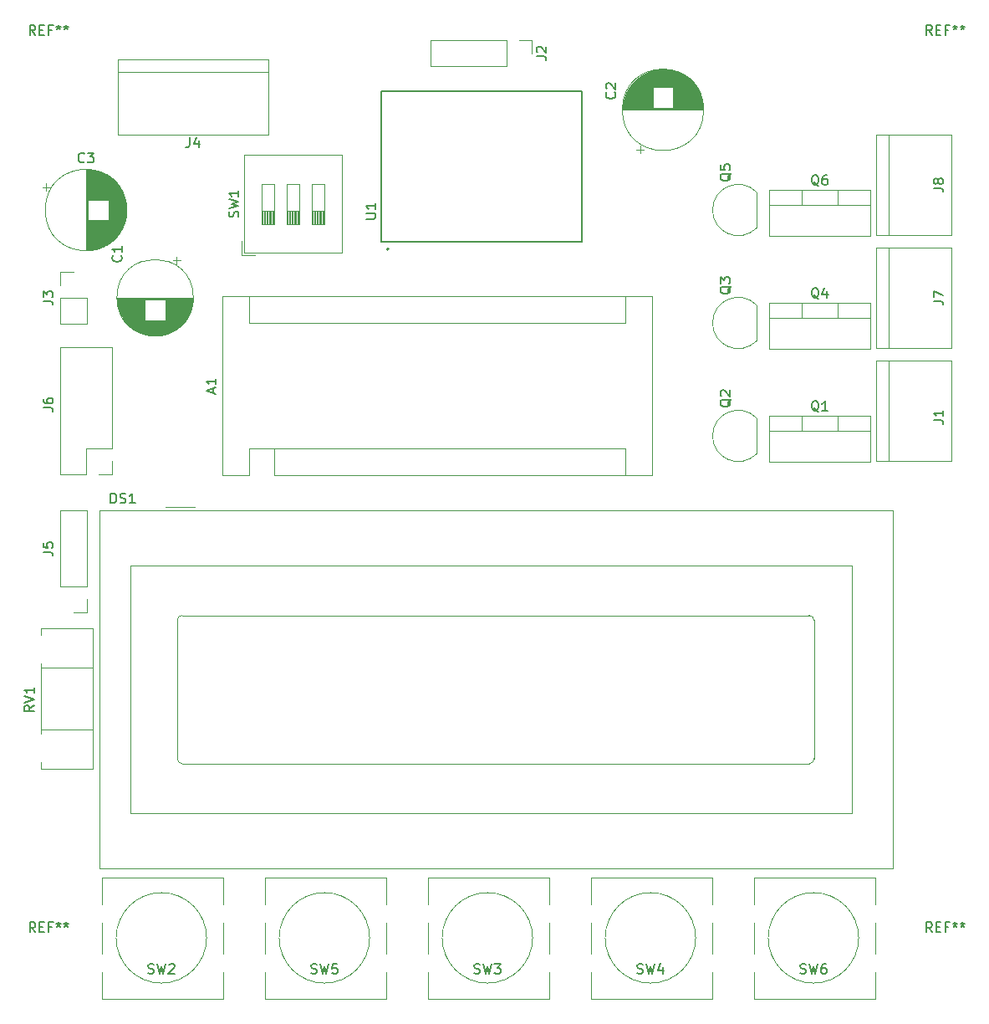
<source format=gbr>
%TF.GenerationSoftware,KiCad,Pcbnew,(5.1.12)-1*%
%TF.CreationDate,2022-08-13T13:45:03+02:00*%
%TF.ProjectId,petpuller,70657470-756c-46c6-9572-2e6b69636164,rev?*%
%TF.SameCoordinates,Original*%
%TF.FileFunction,Legend,Top*%
%TF.FilePolarity,Positive*%
%FSLAX46Y46*%
G04 Gerber Fmt 4.6, Leading zero omitted, Abs format (unit mm)*
G04 Created by KiCad (PCBNEW (5.1.12)-1) date 2022-08-13 13:45:03*
%MOMM*%
%LPD*%
G01*
G04 APERTURE LIST*
%ADD10C,0.120000*%
%ADD11C,0.200000*%
%ADD12C,0.127000*%
%ADD13C,0.150000*%
G04 APERTURE END LIST*
D10*
%TO.C,A1*%
X117980000Y-43050000D02*
X117980000Y-61090000D01*
X161420000Y-43050000D02*
X117980000Y-43050000D01*
X161420000Y-61090000D02*
X161420000Y-43050000D01*
X158750000Y-58420000D02*
X158750000Y-61090000D01*
X123190000Y-58420000D02*
X158750000Y-58420000D01*
X123190000Y-58420000D02*
X123190000Y-61090000D01*
X158750000Y-45720000D02*
X158750000Y-43050000D01*
X120650000Y-45720000D02*
X158750000Y-45720000D01*
X120650000Y-45720000D02*
X120650000Y-43050000D01*
X117980000Y-61090000D02*
X120650000Y-61090000D01*
X123190000Y-61090000D02*
X161420000Y-61090000D01*
X120650000Y-58420000D02*
X120650000Y-61090000D01*
X123190000Y-58420000D02*
X120650000Y-58420000D01*
%TO.C,C1*%
X113675000Y-39392789D02*
X112925000Y-39392789D01*
X113300000Y-39017789D02*
X113300000Y-39767789D01*
X111566000Y-47001000D02*
X110684000Y-47001000D01*
X111818000Y-46961000D02*
X110432000Y-46961000D01*
X112002000Y-46921000D02*
X110248000Y-46921000D01*
X112153000Y-46881000D02*
X110097000Y-46881000D01*
X112283000Y-46841000D02*
X109967000Y-46841000D01*
X112400000Y-46801000D02*
X109850000Y-46801000D01*
X112506000Y-46761000D02*
X109744000Y-46761000D01*
X112603000Y-46721000D02*
X109647000Y-46721000D01*
X112694000Y-46681000D02*
X109556000Y-46681000D01*
X112779000Y-46641000D02*
X109471000Y-46641000D01*
X112858000Y-46601000D02*
X109392000Y-46601000D01*
X112934000Y-46561000D02*
X109316000Y-46561000D01*
X113006000Y-46521000D02*
X109244000Y-46521000D01*
X113074000Y-46481000D02*
X109176000Y-46481000D01*
X113139000Y-46441000D02*
X109111000Y-46441000D01*
X113202000Y-46401000D02*
X109048000Y-46401000D01*
X113262000Y-46361000D02*
X108988000Y-46361000D01*
X113320000Y-46321000D02*
X108930000Y-46321000D01*
X113375000Y-46281000D02*
X108875000Y-46281000D01*
X113429000Y-46241000D02*
X108821000Y-46241000D01*
X113480000Y-46201000D02*
X108770000Y-46201000D01*
X113530000Y-46161000D02*
X108720000Y-46161000D01*
X113579000Y-46121000D02*
X108671000Y-46121000D01*
X113625000Y-46081000D02*
X108625000Y-46081000D01*
X113671000Y-46041000D02*
X108579000Y-46041000D01*
X113714000Y-46001000D02*
X108536000Y-46001000D01*
X113757000Y-45961000D02*
X108493000Y-45961000D01*
X113798000Y-45921000D02*
X108452000Y-45921000D01*
X113838000Y-45881000D02*
X108412000Y-45881000D01*
X113877000Y-45841000D02*
X108373000Y-45841000D01*
X113915000Y-45801000D02*
X108335000Y-45801000D01*
X113952000Y-45761000D02*
X108298000Y-45761000D01*
X113988000Y-45721000D02*
X108262000Y-45721000D01*
X114023000Y-45681000D02*
X108227000Y-45681000D01*
X114056000Y-45641000D02*
X108194000Y-45641000D01*
X114089000Y-45601000D02*
X108161000Y-45601000D01*
X114121000Y-45561000D02*
X108129000Y-45561000D01*
X114153000Y-45521000D02*
X108097000Y-45521000D01*
X114183000Y-45481000D02*
X108067000Y-45481000D01*
X110085000Y-45441000D02*
X108037000Y-45441000D01*
X114213000Y-45441000D02*
X112165000Y-45441000D01*
X110085000Y-45401000D02*
X108009000Y-45401000D01*
X114241000Y-45401000D02*
X112165000Y-45401000D01*
X110085000Y-45361000D02*
X107981000Y-45361000D01*
X114269000Y-45361000D02*
X112165000Y-45361000D01*
X110085000Y-45321000D02*
X107953000Y-45321000D01*
X114297000Y-45321000D02*
X112165000Y-45321000D01*
X110085000Y-45281000D02*
X107927000Y-45281000D01*
X114323000Y-45281000D02*
X112165000Y-45281000D01*
X110085000Y-45241000D02*
X107901000Y-45241000D01*
X114349000Y-45241000D02*
X112165000Y-45241000D01*
X110085000Y-45201000D02*
X107876000Y-45201000D01*
X114374000Y-45201000D02*
X112165000Y-45201000D01*
X110085000Y-45161000D02*
X107851000Y-45161000D01*
X114399000Y-45161000D02*
X112165000Y-45161000D01*
X110085000Y-45121000D02*
X107828000Y-45121000D01*
X114422000Y-45121000D02*
X112165000Y-45121000D01*
X110085000Y-45081000D02*
X107804000Y-45081000D01*
X114446000Y-45081000D02*
X112165000Y-45081000D01*
X110085000Y-45041000D02*
X107782000Y-45041000D01*
X114468000Y-45041000D02*
X112165000Y-45041000D01*
X110085000Y-45001000D02*
X107760000Y-45001000D01*
X114490000Y-45001000D02*
X112165000Y-45001000D01*
X110085000Y-44961000D02*
X107739000Y-44961000D01*
X114511000Y-44961000D02*
X112165000Y-44961000D01*
X110085000Y-44921000D02*
X107718000Y-44921000D01*
X114532000Y-44921000D02*
X112165000Y-44921000D01*
X110085000Y-44881000D02*
X107698000Y-44881000D01*
X114552000Y-44881000D02*
X112165000Y-44881000D01*
X110085000Y-44841000D02*
X107678000Y-44841000D01*
X114572000Y-44841000D02*
X112165000Y-44841000D01*
X110085000Y-44801000D02*
X107659000Y-44801000D01*
X114591000Y-44801000D02*
X112165000Y-44801000D01*
X110085000Y-44761000D02*
X107641000Y-44761000D01*
X114609000Y-44761000D02*
X112165000Y-44761000D01*
X110085000Y-44721000D02*
X107623000Y-44721000D01*
X114627000Y-44721000D02*
X112165000Y-44721000D01*
X110085000Y-44681000D02*
X107605000Y-44681000D01*
X114645000Y-44681000D02*
X112165000Y-44681000D01*
X110085000Y-44641000D02*
X107589000Y-44641000D01*
X114661000Y-44641000D02*
X112165000Y-44641000D01*
X110085000Y-44601000D02*
X107572000Y-44601000D01*
X114678000Y-44601000D02*
X112165000Y-44601000D01*
X110085000Y-44561000D02*
X107557000Y-44561000D01*
X114693000Y-44561000D02*
X112165000Y-44561000D01*
X110085000Y-44521000D02*
X107541000Y-44521000D01*
X114709000Y-44521000D02*
X112165000Y-44521000D01*
X110085000Y-44481000D02*
X107527000Y-44481000D01*
X114723000Y-44481000D02*
X112165000Y-44481000D01*
X110085000Y-44441000D02*
X107512000Y-44441000D01*
X114738000Y-44441000D02*
X112165000Y-44441000D01*
X110085000Y-44401000D02*
X107499000Y-44401000D01*
X114751000Y-44401000D02*
X112165000Y-44401000D01*
X110085000Y-44361000D02*
X107485000Y-44361000D01*
X114765000Y-44361000D02*
X112165000Y-44361000D01*
X110085000Y-44321000D02*
X107472000Y-44321000D01*
X114778000Y-44321000D02*
X112165000Y-44321000D01*
X110085000Y-44281000D02*
X107460000Y-44281000D01*
X114790000Y-44281000D02*
X112165000Y-44281000D01*
X110085000Y-44241000D02*
X107448000Y-44241000D01*
X114802000Y-44241000D02*
X112165000Y-44241000D01*
X110085000Y-44201000D02*
X107437000Y-44201000D01*
X114813000Y-44201000D02*
X112165000Y-44201000D01*
X110085000Y-44161000D02*
X107426000Y-44161000D01*
X114824000Y-44161000D02*
X112165000Y-44161000D01*
X110085000Y-44121000D02*
X107415000Y-44121000D01*
X114835000Y-44121000D02*
X112165000Y-44121000D01*
X110085000Y-44081000D02*
X107405000Y-44081000D01*
X114845000Y-44081000D02*
X112165000Y-44081000D01*
X110085000Y-44041000D02*
X107396000Y-44041000D01*
X114854000Y-44041000D02*
X112165000Y-44041000D01*
X110085000Y-44001000D02*
X107387000Y-44001000D01*
X114863000Y-44001000D02*
X112165000Y-44001000D01*
X110085000Y-43961000D02*
X107378000Y-43961000D01*
X114872000Y-43961000D02*
X112165000Y-43961000D01*
X110085000Y-43921000D02*
X107370000Y-43921000D01*
X114880000Y-43921000D02*
X112165000Y-43921000D01*
X110085000Y-43881000D02*
X107362000Y-43881000D01*
X114888000Y-43881000D02*
X112165000Y-43881000D01*
X110085000Y-43840000D02*
X107355000Y-43840000D01*
X114895000Y-43840000D02*
X112165000Y-43840000D01*
X110085000Y-43800000D02*
X107348000Y-43800000D01*
X114902000Y-43800000D02*
X112165000Y-43800000D01*
X110085000Y-43760000D02*
X107341000Y-43760000D01*
X114909000Y-43760000D02*
X112165000Y-43760000D01*
X110085000Y-43720000D02*
X107335000Y-43720000D01*
X114915000Y-43720000D02*
X112165000Y-43720000D01*
X110085000Y-43680000D02*
X107330000Y-43680000D01*
X114920000Y-43680000D02*
X112165000Y-43680000D01*
X110085000Y-43640000D02*
X107324000Y-43640000D01*
X114926000Y-43640000D02*
X112165000Y-43640000D01*
X110085000Y-43600000D02*
X107320000Y-43600000D01*
X114930000Y-43600000D02*
X112165000Y-43600000D01*
X110085000Y-43560000D02*
X107315000Y-43560000D01*
X114935000Y-43560000D02*
X112165000Y-43560000D01*
X110085000Y-43520000D02*
X107311000Y-43520000D01*
X114939000Y-43520000D02*
X112165000Y-43520000D01*
X110085000Y-43480000D02*
X107308000Y-43480000D01*
X114942000Y-43480000D02*
X112165000Y-43480000D01*
X110085000Y-43440000D02*
X107305000Y-43440000D01*
X114945000Y-43440000D02*
X112165000Y-43440000D01*
X110085000Y-43400000D02*
X107302000Y-43400000D01*
X114948000Y-43400000D02*
X112165000Y-43400000D01*
X114950000Y-43360000D02*
X107300000Y-43360000D01*
X114952000Y-43320000D02*
X107298000Y-43320000D01*
X114954000Y-43280000D02*
X107296000Y-43280000D01*
X114955000Y-43240000D02*
X107295000Y-43240000D01*
X114955000Y-43200000D02*
X107295000Y-43200000D01*
X114955000Y-43160000D02*
X107295000Y-43160000D01*
X114995000Y-43160000D02*
G75*
G03*
X114995000Y-43160000I-3870000J0D01*
G01*
%TO.C,DS1*%
X108665000Y-95310000D02*
X108665000Y-70310000D01*
X181665000Y-95310000D02*
X108665000Y-95310000D01*
X181665000Y-70310000D02*
X181665000Y-95310000D01*
X108665000Y-70310000D02*
X181665000Y-70310000D01*
X177865000Y-75810000D02*
X177865000Y-89810000D01*
X177365660Y-90310000D02*
X113865000Y-90310000D01*
X113365280Y-89809320D02*
X113365280Y-75810000D01*
X113865000Y-75310000D02*
X177365000Y-75310000D01*
X112165000Y-64310000D02*
X115165000Y-64310000D01*
X105535000Y-64670000D02*
X106325000Y-64670000D01*
X105525000Y-64670000D02*
X105525000Y-100950000D01*
X185805000Y-64670000D02*
X106325000Y-64670000D01*
X185805000Y-100950000D02*
X185805000Y-64670000D01*
X105525000Y-100950000D02*
X185805000Y-100950000D01*
X177865000Y-75810000D02*
G75*
G03*
X177365000Y-75310000I-500000J0D01*
G01*
X177365660Y-90309700D02*
G75*
G03*
X177866040Y-89809320I0J500380D01*
G01*
X113365280Y-89809320D02*
G75*
G03*
X113865660Y-90309700I500380J0D01*
G01*
X113865660Y-75308460D02*
G75*
G03*
X113365280Y-75808840I0J-500380D01*
G01*
%TO.C,J2*%
X149285000Y-17085000D02*
X149285000Y-18415000D01*
X147955000Y-17085000D02*
X149285000Y-17085000D01*
X146685000Y-17085000D02*
X146685000Y-19745000D01*
X146685000Y-19745000D02*
X139005000Y-19745000D01*
X146685000Y-17085000D02*
X139005000Y-17085000D01*
X139005000Y-17085000D02*
X139005000Y-19745000D01*
%TO.C,J3*%
X101540000Y-40580000D02*
X102870000Y-40580000D01*
X101540000Y-41910000D02*
X101540000Y-40580000D01*
X101540000Y-43180000D02*
X104200000Y-43180000D01*
X104200000Y-43180000D02*
X104200000Y-45780000D01*
X101540000Y-43180000D02*
X101540000Y-45780000D01*
X101540000Y-45780000D02*
X104200000Y-45780000D01*
%TO.C,RV1*%
X104815000Y-80620000D02*
X104815000Y-86861000D01*
X99574000Y-80620000D02*
X99574000Y-86861000D01*
X99574000Y-86861000D02*
X104815000Y-86861000D01*
X99574000Y-80620000D02*
X104815000Y-80620000D01*
X99574000Y-80166000D02*
X99574000Y-87315000D01*
X99574000Y-76620000D02*
X99574000Y-77314000D01*
X99574000Y-90165000D02*
X99574000Y-90860000D01*
X104815000Y-76620000D02*
X104815000Y-90860000D01*
X99574000Y-90860000D02*
X104815000Y-90860000D01*
X99574000Y-76620000D02*
X104815000Y-76620000D01*
D11*
%TO.C,U1*%
X134795000Y-38245000D02*
G75*
G03*
X134795000Y-38245000I-100000J0D01*
G01*
D12*
X154305000Y-37465000D02*
X133985000Y-37465000D01*
X154305000Y-22225000D02*
X154305000Y-37465000D01*
X133985000Y-22225000D02*
X154305000Y-22225000D01*
X133985000Y-37465000D02*
X133985000Y-22225000D01*
D10*
%TO.C,Q1*%
X173315000Y-55150000D02*
X183555000Y-55150000D01*
X173315000Y-59791000D02*
X183555000Y-59791000D01*
X173315000Y-55150000D02*
X173315000Y-59791000D01*
X183555000Y-55150000D02*
X183555000Y-59791000D01*
X173315000Y-56660000D02*
X183555000Y-56660000D01*
X176585000Y-55150000D02*
X176585000Y-56660000D01*
X180286000Y-55150000D02*
X180286000Y-56660000D01*
%TO.C,J4*%
X122555000Y-19050000D02*
X122555000Y-26670000D01*
X107315000Y-19050000D02*
X107315000Y-26670000D01*
X122555000Y-20320000D02*
X107315000Y-20320000D01*
X122555000Y-26670000D02*
X107315000Y-26670000D01*
X122555000Y-19050000D02*
X107315000Y-19050000D01*
%TO.C,SW2*%
X118010000Y-114140000D02*
X105710000Y-114140000D01*
X105710000Y-109560000D02*
X105710000Y-106420000D01*
X105710000Y-101840000D02*
X118010000Y-101840000D01*
X118010000Y-111420000D02*
X118010000Y-114140000D01*
X116339050Y-107950000D02*
G75*
G03*
X116339050Y-107950000I-4579050J0D01*
G01*
X118010000Y-101840000D02*
X118010000Y-104560000D01*
X118010000Y-106420000D02*
X118010000Y-109560000D01*
X105710000Y-104560000D02*
X105710000Y-101840000D01*
X105710000Y-114140000D02*
X105710000Y-111420000D01*
%TO.C,SW3*%
X138730000Y-114140000D02*
X138730000Y-111420000D01*
X138730000Y-104560000D02*
X138730000Y-101840000D01*
X151030000Y-106420000D02*
X151030000Y-109560000D01*
X151030000Y-101840000D02*
X151030000Y-104560000D01*
X149359050Y-107950000D02*
G75*
G03*
X149359050Y-107950000I-4579050J0D01*
G01*
X151030000Y-111420000D02*
X151030000Y-114140000D01*
X138730000Y-101840000D02*
X151030000Y-101840000D01*
X138730000Y-109560000D02*
X138730000Y-106420000D01*
X151030000Y-114140000D02*
X138730000Y-114140000D01*
%TO.C,SW4*%
X167540000Y-114140000D02*
X155240000Y-114140000D01*
X155240000Y-109560000D02*
X155240000Y-106420000D01*
X155240000Y-101840000D02*
X167540000Y-101840000D01*
X167540000Y-111420000D02*
X167540000Y-114140000D01*
X165869050Y-107950000D02*
G75*
G03*
X165869050Y-107950000I-4579050J0D01*
G01*
X167540000Y-101840000D02*
X167540000Y-104560000D01*
X167540000Y-106420000D02*
X167540000Y-109560000D01*
X155240000Y-104560000D02*
X155240000Y-101840000D01*
X155240000Y-114140000D02*
X155240000Y-111420000D01*
%TO.C,SW5*%
X122220000Y-114140000D02*
X122220000Y-111420000D01*
X122220000Y-104560000D02*
X122220000Y-101840000D01*
X134520000Y-106420000D02*
X134520000Y-109560000D01*
X134520000Y-101840000D02*
X134520000Y-104560000D01*
X132849050Y-107950000D02*
G75*
G03*
X132849050Y-107950000I-4579050J0D01*
G01*
X134520000Y-111420000D02*
X134520000Y-114140000D01*
X122220000Y-101840000D02*
X134520000Y-101840000D01*
X122220000Y-109560000D02*
X122220000Y-106420000D01*
X134520000Y-114140000D02*
X122220000Y-114140000D01*
%TO.C,SW6*%
X184050000Y-114140000D02*
X171750000Y-114140000D01*
X171750000Y-109560000D02*
X171750000Y-106420000D01*
X171750000Y-101840000D02*
X184050000Y-101840000D01*
X184050000Y-111420000D02*
X184050000Y-114140000D01*
X182379050Y-107950000D02*
G75*
G03*
X182379050Y-107950000I-4579050J0D01*
G01*
X184050000Y-101840000D02*
X184050000Y-104560000D01*
X184050000Y-106420000D02*
X184050000Y-109560000D01*
X171750000Y-104560000D02*
X171750000Y-101840000D01*
X171750000Y-114140000D02*
X171750000Y-111420000D01*
%TO.C,J1*%
X184150000Y-49530000D02*
X184150000Y-59690000D01*
X191770000Y-49530000D02*
X184150000Y-49530000D01*
X191770000Y-59690000D02*
X191770000Y-49530000D01*
X184150000Y-59690000D02*
X191770000Y-59690000D01*
X185420000Y-59690000D02*
X185420000Y-49530000D01*
%TO.C,Q2*%
X172030000Y-58950000D02*
X172030000Y-55350000D01*
X172018478Y-58988478D02*
G75*
G02*
X167580000Y-57150000I-1838478J1838478D01*
G01*
X172018478Y-55311522D02*
G75*
G03*
X167580000Y-57150000I-1838478J-1838478D01*
G01*
%TO.C,SW1*%
X127000000Y-34331667D02*
X128270000Y-34331667D01*
X128200000Y-35685000D02*
X128200000Y-34331667D01*
X128080000Y-35685000D02*
X128080000Y-34331667D01*
X127960000Y-35685000D02*
X127960000Y-34331667D01*
X127840000Y-35685000D02*
X127840000Y-34331667D01*
X127720000Y-35685000D02*
X127720000Y-34331667D01*
X127600000Y-35685000D02*
X127600000Y-34331667D01*
X127480000Y-35685000D02*
X127480000Y-34331667D01*
X127360000Y-35685000D02*
X127360000Y-34331667D01*
X127240000Y-35685000D02*
X127240000Y-34331667D01*
X127120000Y-35685000D02*
X127120000Y-34331667D01*
X127000000Y-31625000D02*
X127000000Y-35685000D01*
X128270000Y-31625000D02*
X127000000Y-31625000D01*
X128270000Y-35685000D02*
X128270000Y-31625000D01*
X127000000Y-35685000D02*
X128270000Y-35685000D01*
X124460000Y-34331667D02*
X125730000Y-34331667D01*
X125660000Y-35685000D02*
X125660000Y-34331667D01*
X125540000Y-35685000D02*
X125540000Y-34331667D01*
X125420000Y-35685000D02*
X125420000Y-34331667D01*
X125300000Y-35685000D02*
X125300000Y-34331667D01*
X125180000Y-35685000D02*
X125180000Y-34331667D01*
X125060000Y-35685000D02*
X125060000Y-34331667D01*
X124940000Y-35685000D02*
X124940000Y-34331667D01*
X124820000Y-35685000D02*
X124820000Y-34331667D01*
X124700000Y-35685000D02*
X124700000Y-34331667D01*
X124580000Y-35685000D02*
X124580000Y-34331667D01*
X124460000Y-31625000D02*
X124460000Y-35685000D01*
X125730000Y-31625000D02*
X124460000Y-31625000D01*
X125730000Y-35685000D02*
X125730000Y-31625000D01*
X124460000Y-35685000D02*
X125730000Y-35685000D01*
X121920000Y-34331667D02*
X123190000Y-34331667D01*
X123120000Y-35685000D02*
X123120000Y-34331667D01*
X123000000Y-35685000D02*
X123000000Y-34331667D01*
X122880000Y-35685000D02*
X122880000Y-34331667D01*
X122760000Y-35685000D02*
X122760000Y-34331667D01*
X122640000Y-35685000D02*
X122640000Y-34331667D01*
X122520000Y-35685000D02*
X122520000Y-34331667D01*
X122400000Y-35685000D02*
X122400000Y-34331667D01*
X122280000Y-35685000D02*
X122280000Y-34331667D01*
X122160000Y-35685000D02*
X122160000Y-34331667D01*
X122040000Y-35685000D02*
X122040000Y-34331667D01*
X121920000Y-31625000D02*
X121920000Y-35685000D01*
X123190000Y-31625000D02*
X121920000Y-31625000D01*
X123190000Y-35685000D02*
X123190000Y-31625000D01*
X121920000Y-35685000D02*
X123190000Y-35685000D01*
X119895000Y-38845000D02*
X121278000Y-38845000D01*
X119895000Y-38845000D02*
X119895000Y-37461000D01*
X120135000Y-28705000D02*
X130055000Y-28705000D01*
X120135000Y-38605000D02*
X130055000Y-38605000D01*
X130055000Y-38605000D02*
X130055000Y-28705000D01*
X120135000Y-38605000D02*
X120135000Y-28705000D01*
%TO.C,J5*%
X104200000Y-64710000D02*
X101540000Y-64710000D01*
X104200000Y-72390000D02*
X104200000Y-64710000D01*
X101540000Y-72390000D02*
X101540000Y-64710000D01*
X104200000Y-72390000D02*
X101540000Y-72390000D01*
X104200000Y-73660000D02*
X104200000Y-74990000D01*
X104200000Y-74990000D02*
X102870000Y-74990000D01*
%TO.C,J6*%
X106740000Y-48200000D02*
X101540000Y-48200000D01*
X106740000Y-58420000D02*
X106740000Y-48200000D01*
X101540000Y-61020000D02*
X101540000Y-48200000D01*
X106740000Y-58420000D02*
X104140000Y-58420000D01*
X104140000Y-58420000D02*
X104140000Y-61020000D01*
X104140000Y-61020000D02*
X101540000Y-61020000D01*
X106740000Y-59690000D02*
X106740000Y-61020000D01*
X106740000Y-61020000D02*
X105410000Y-61020000D01*
%TO.C,J7*%
X184150000Y-38100000D02*
X184150000Y-48260000D01*
X191770000Y-38100000D02*
X184150000Y-38100000D01*
X191770000Y-48260000D02*
X191770000Y-38100000D01*
X184150000Y-48260000D02*
X191770000Y-48260000D01*
X185420000Y-48260000D02*
X185420000Y-38100000D01*
%TO.C,J8*%
X185420000Y-36830000D02*
X185420000Y-26670000D01*
X184150000Y-36830000D02*
X191770000Y-36830000D01*
X191770000Y-36830000D02*
X191770000Y-26670000D01*
X191770000Y-26670000D02*
X184150000Y-26670000D01*
X184150000Y-26670000D02*
X184150000Y-36830000D01*
%TO.C,Q3*%
X172030000Y-47520000D02*
X172030000Y-43920000D01*
X172018478Y-43881522D02*
G75*
G03*
X167580000Y-45720000I-1838478J-1838478D01*
G01*
X172018478Y-47558478D02*
G75*
G02*
X167580000Y-45720000I-1838478J1838478D01*
G01*
%TO.C,Q4*%
X180286000Y-43720000D02*
X180286000Y-45230000D01*
X176585000Y-43720000D02*
X176585000Y-45230000D01*
X173315000Y-45230000D02*
X183555000Y-45230000D01*
X183555000Y-43720000D02*
X183555000Y-48361000D01*
X173315000Y-43720000D02*
X173315000Y-48361000D01*
X173315000Y-48361000D02*
X183555000Y-48361000D01*
X173315000Y-43720000D02*
X183555000Y-43720000D01*
%TO.C,Q5*%
X172030000Y-36090000D02*
X172030000Y-32490000D01*
X172018478Y-36128478D02*
G75*
G02*
X167580000Y-34290000I-1838478J1838478D01*
G01*
X172018478Y-32451522D02*
G75*
G03*
X167580000Y-34290000I-1838478J-1838478D01*
G01*
%TO.C,Q6*%
X173315000Y-32290000D02*
X183555000Y-32290000D01*
X173315000Y-36931000D02*
X183555000Y-36931000D01*
X173315000Y-32290000D02*
X173315000Y-36931000D01*
X183555000Y-32290000D02*
X183555000Y-36931000D01*
X173315000Y-33800000D02*
X183555000Y-33800000D01*
X176585000Y-32290000D02*
X176585000Y-33800000D01*
X180286000Y-32290000D02*
X180286000Y-33800000D01*
%TO.C,C2*%
X159845000Y-28159698D02*
X160645000Y-28159698D01*
X160245000Y-28559698D02*
X160245000Y-27759698D01*
X162027000Y-20069000D02*
X163093000Y-20069000D01*
X161792000Y-20109000D02*
X163328000Y-20109000D01*
X161612000Y-20149000D02*
X163508000Y-20149000D01*
X161462000Y-20189000D02*
X163658000Y-20189000D01*
X161331000Y-20229000D02*
X163789000Y-20229000D01*
X161214000Y-20269000D02*
X163906000Y-20269000D01*
X161107000Y-20309000D02*
X164013000Y-20309000D01*
X161008000Y-20349000D02*
X164112000Y-20349000D01*
X160915000Y-20389000D02*
X164205000Y-20389000D01*
X160829000Y-20429000D02*
X164291000Y-20429000D01*
X160747000Y-20469000D02*
X164373000Y-20469000D01*
X160670000Y-20509000D02*
X164450000Y-20509000D01*
X160596000Y-20549000D02*
X164524000Y-20549000D01*
X160526000Y-20589000D02*
X164594000Y-20589000D01*
X160458000Y-20629000D02*
X164662000Y-20629000D01*
X160394000Y-20669000D02*
X164726000Y-20669000D01*
X160332000Y-20709000D02*
X164788000Y-20709000D01*
X160273000Y-20749000D02*
X164847000Y-20749000D01*
X160215000Y-20789000D02*
X164905000Y-20789000D01*
X160160000Y-20829000D02*
X164960000Y-20829000D01*
X160106000Y-20869000D02*
X165014000Y-20869000D01*
X160055000Y-20909000D02*
X165065000Y-20909000D01*
X160004000Y-20949000D02*
X165116000Y-20949000D01*
X159956000Y-20989000D02*
X165164000Y-20989000D01*
X159909000Y-21029000D02*
X165211000Y-21029000D01*
X159863000Y-21069000D02*
X165257000Y-21069000D01*
X159819000Y-21109000D02*
X165301000Y-21109000D01*
X159776000Y-21149000D02*
X165344000Y-21149000D01*
X159734000Y-21189000D02*
X165386000Y-21189000D01*
X159693000Y-21229000D02*
X165427000Y-21229000D01*
X159653000Y-21269000D02*
X165467000Y-21269000D01*
X159615000Y-21309000D02*
X165505000Y-21309000D01*
X159577000Y-21349000D02*
X165543000Y-21349000D01*
X159541000Y-21389000D02*
X165579000Y-21389000D01*
X159505000Y-21429000D02*
X165615000Y-21429000D01*
X159470000Y-21469000D02*
X165650000Y-21469000D01*
X159436000Y-21509000D02*
X165684000Y-21509000D01*
X159404000Y-21549000D02*
X165716000Y-21549000D01*
X159371000Y-21589000D02*
X165749000Y-21589000D01*
X159340000Y-21629000D02*
X165780000Y-21629000D01*
X159310000Y-21669000D02*
X165810000Y-21669000D01*
X159280000Y-21709000D02*
X165840000Y-21709000D01*
X159251000Y-21749000D02*
X165869000Y-21749000D01*
X159222000Y-21789000D02*
X165898000Y-21789000D01*
X159195000Y-21829000D02*
X165925000Y-21829000D01*
X163600000Y-21869000D02*
X165952000Y-21869000D01*
X159168000Y-21869000D02*
X161520000Y-21869000D01*
X163600000Y-21909000D02*
X165978000Y-21909000D01*
X159142000Y-21909000D02*
X161520000Y-21909000D01*
X163600000Y-21949000D02*
X166004000Y-21949000D01*
X159116000Y-21949000D02*
X161520000Y-21949000D01*
X163600000Y-21989000D02*
X166029000Y-21989000D01*
X159091000Y-21989000D02*
X161520000Y-21989000D01*
X163600000Y-22029000D02*
X166053000Y-22029000D01*
X159067000Y-22029000D02*
X161520000Y-22029000D01*
X163600000Y-22069000D02*
X166077000Y-22069000D01*
X159043000Y-22069000D02*
X161520000Y-22069000D01*
X163600000Y-22109000D02*
X166100000Y-22109000D01*
X159020000Y-22109000D02*
X161520000Y-22109000D01*
X163600000Y-22149000D02*
X166122000Y-22149000D01*
X158998000Y-22149000D02*
X161520000Y-22149000D01*
X163600000Y-22189000D02*
X166144000Y-22189000D01*
X158976000Y-22189000D02*
X161520000Y-22189000D01*
X163600000Y-22229000D02*
X166166000Y-22229000D01*
X158954000Y-22229000D02*
X161520000Y-22229000D01*
X163600000Y-22269000D02*
X166187000Y-22269000D01*
X158933000Y-22269000D02*
X161520000Y-22269000D01*
X163600000Y-22309000D02*
X166207000Y-22309000D01*
X158913000Y-22309000D02*
X161520000Y-22309000D01*
X163600000Y-22349000D02*
X166226000Y-22349000D01*
X158894000Y-22349000D02*
X161520000Y-22349000D01*
X163600000Y-22389000D02*
X166246000Y-22389000D01*
X158874000Y-22389000D02*
X161520000Y-22389000D01*
X163600000Y-22429000D02*
X166264000Y-22429000D01*
X158856000Y-22429000D02*
X161520000Y-22429000D01*
X163600000Y-22469000D02*
X166282000Y-22469000D01*
X158838000Y-22469000D02*
X161520000Y-22469000D01*
X163600000Y-22509000D02*
X166300000Y-22509000D01*
X158820000Y-22509000D02*
X161520000Y-22509000D01*
X163600000Y-22549000D02*
X166317000Y-22549000D01*
X158803000Y-22549000D02*
X161520000Y-22549000D01*
X163600000Y-22589000D02*
X166334000Y-22589000D01*
X158786000Y-22589000D02*
X161520000Y-22589000D01*
X163600000Y-22629000D02*
X166350000Y-22629000D01*
X158770000Y-22629000D02*
X161520000Y-22629000D01*
X163600000Y-22669000D02*
X166365000Y-22669000D01*
X158755000Y-22669000D02*
X161520000Y-22669000D01*
X163600000Y-22709000D02*
X166381000Y-22709000D01*
X158739000Y-22709000D02*
X161520000Y-22709000D01*
X163600000Y-22749000D02*
X166395000Y-22749000D01*
X158725000Y-22749000D02*
X161520000Y-22749000D01*
X163600000Y-22789000D02*
X166410000Y-22789000D01*
X158710000Y-22789000D02*
X161520000Y-22789000D01*
X163600000Y-22829000D02*
X166423000Y-22829000D01*
X158697000Y-22829000D02*
X161520000Y-22829000D01*
X163600000Y-22869000D02*
X166437000Y-22869000D01*
X158683000Y-22869000D02*
X161520000Y-22869000D01*
X163600000Y-22909000D02*
X166449000Y-22909000D01*
X158671000Y-22909000D02*
X161520000Y-22909000D01*
X163600000Y-22949000D02*
X166462000Y-22949000D01*
X158658000Y-22949000D02*
X161520000Y-22949000D01*
X163600000Y-22989000D02*
X166474000Y-22989000D01*
X158646000Y-22989000D02*
X161520000Y-22989000D01*
X163600000Y-23029000D02*
X166485000Y-23029000D01*
X158635000Y-23029000D02*
X161520000Y-23029000D01*
X163600000Y-23069000D02*
X166496000Y-23069000D01*
X158624000Y-23069000D02*
X161520000Y-23069000D01*
X163600000Y-23109000D02*
X166507000Y-23109000D01*
X158613000Y-23109000D02*
X161520000Y-23109000D01*
X163600000Y-23149000D02*
X166517000Y-23149000D01*
X158603000Y-23149000D02*
X161520000Y-23149000D01*
X163600000Y-23189000D02*
X166527000Y-23189000D01*
X158593000Y-23189000D02*
X161520000Y-23189000D01*
X163600000Y-23229000D02*
X166536000Y-23229000D01*
X158584000Y-23229000D02*
X161520000Y-23229000D01*
X163600000Y-23269000D02*
X166545000Y-23269000D01*
X158575000Y-23269000D02*
X161520000Y-23269000D01*
X163600000Y-23309000D02*
X166554000Y-23309000D01*
X158566000Y-23309000D02*
X161520000Y-23309000D01*
X163600000Y-23349000D02*
X166562000Y-23349000D01*
X158558000Y-23349000D02*
X161520000Y-23349000D01*
X163600000Y-23389000D02*
X166570000Y-23389000D01*
X158550000Y-23389000D02*
X161520000Y-23389000D01*
X163600000Y-23429000D02*
X166577000Y-23429000D01*
X158543000Y-23429000D02*
X161520000Y-23429000D01*
X163600000Y-23470000D02*
X166584000Y-23470000D01*
X158536000Y-23470000D02*
X161520000Y-23470000D01*
X163600000Y-23510000D02*
X166590000Y-23510000D01*
X158530000Y-23510000D02*
X161520000Y-23510000D01*
X163600000Y-23550000D02*
X166597000Y-23550000D01*
X158523000Y-23550000D02*
X161520000Y-23550000D01*
X163600000Y-23590000D02*
X166602000Y-23590000D01*
X158518000Y-23590000D02*
X161520000Y-23590000D01*
X163600000Y-23630000D02*
X166608000Y-23630000D01*
X158512000Y-23630000D02*
X161520000Y-23630000D01*
X163600000Y-23670000D02*
X166612000Y-23670000D01*
X158508000Y-23670000D02*
X161520000Y-23670000D01*
X163600000Y-23710000D02*
X166617000Y-23710000D01*
X158503000Y-23710000D02*
X161520000Y-23710000D01*
X163600000Y-23750000D02*
X166621000Y-23750000D01*
X158499000Y-23750000D02*
X161520000Y-23750000D01*
X163600000Y-23790000D02*
X166625000Y-23790000D01*
X158495000Y-23790000D02*
X161520000Y-23790000D01*
X163600000Y-23830000D02*
X166628000Y-23830000D01*
X158492000Y-23830000D02*
X161520000Y-23830000D01*
X163600000Y-23870000D02*
X166631000Y-23870000D01*
X158489000Y-23870000D02*
X161520000Y-23870000D01*
X163600000Y-23910000D02*
X166634000Y-23910000D01*
X158486000Y-23910000D02*
X161520000Y-23910000D01*
X158484000Y-23950000D02*
X166636000Y-23950000D01*
X158483000Y-23990000D02*
X166637000Y-23990000D01*
X158481000Y-24030000D02*
X166639000Y-24030000D01*
X158480000Y-24070000D02*
X166640000Y-24070000D01*
X158480000Y-24110000D02*
X166640000Y-24110000D01*
X158480000Y-24150000D02*
X166640000Y-24150000D01*
X166680000Y-24150000D02*
G75*
G03*
X166680000Y-24150000I-4120000J0D01*
G01*
%TO.C,C3*%
X108240000Y-34290000D02*
G75*
G03*
X108240000Y-34290000I-4120000J0D01*
G01*
X104120000Y-30210000D02*
X104120000Y-38370000D01*
X104160000Y-30210000D02*
X104160000Y-38370000D01*
X104200000Y-30210000D02*
X104200000Y-38370000D01*
X104240000Y-30211000D02*
X104240000Y-38369000D01*
X104280000Y-30213000D02*
X104280000Y-38367000D01*
X104320000Y-30214000D02*
X104320000Y-38366000D01*
X104360000Y-30216000D02*
X104360000Y-33250000D01*
X104360000Y-35330000D02*
X104360000Y-38364000D01*
X104400000Y-30219000D02*
X104400000Y-33250000D01*
X104400000Y-35330000D02*
X104400000Y-38361000D01*
X104440000Y-30222000D02*
X104440000Y-33250000D01*
X104440000Y-35330000D02*
X104440000Y-38358000D01*
X104480000Y-30225000D02*
X104480000Y-33250000D01*
X104480000Y-35330000D02*
X104480000Y-38355000D01*
X104520000Y-30229000D02*
X104520000Y-33250000D01*
X104520000Y-35330000D02*
X104520000Y-38351000D01*
X104560000Y-30233000D02*
X104560000Y-33250000D01*
X104560000Y-35330000D02*
X104560000Y-38347000D01*
X104600000Y-30238000D02*
X104600000Y-33250000D01*
X104600000Y-35330000D02*
X104600000Y-38342000D01*
X104640000Y-30242000D02*
X104640000Y-33250000D01*
X104640000Y-35330000D02*
X104640000Y-38338000D01*
X104680000Y-30248000D02*
X104680000Y-33250000D01*
X104680000Y-35330000D02*
X104680000Y-38332000D01*
X104720000Y-30253000D02*
X104720000Y-33250000D01*
X104720000Y-35330000D02*
X104720000Y-38327000D01*
X104760000Y-30260000D02*
X104760000Y-33250000D01*
X104760000Y-35330000D02*
X104760000Y-38320000D01*
X104800000Y-30266000D02*
X104800000Y-33250000D01*
X104800000Y-35330000D02*
X104800000Y-38314000D01*
X104841000Y-30273000D02*
X104841000Y-33250000D01*
X104841000Y-35330000D02*
X104841000Y-38307000D01*
X104881000Y-30280000D02*
X104881000Y-33250000D01*
X104881000Y-35330000D02*
X104881000Y-38300000D01*
X104921000Y-30288000D02*
X104921000Y-33250000D01*
X104921000Y-35330000D02*
X104921000Y-38292000D01*
X104961000Y-30296000D02*
X104961000Y-33250000D01*
X104961000Y-35330000D02*
X104961000Y-38284000D01*
X105001000Y-30305000D02*
X105001000Y-33250000D01*
X105001000Y-35330000D02*
X105001000Y-38275000D01*
X105041000Y-30314000D02*
X105041000Y-33250000D01*
X105041000Y-35330000D02*
X105041000Y-38266000D01*
X105081000Y-30323000D02*
X105081000Y-33250000D01*
X105081000Y-35330000D02*
X105081000Y-38257000D01*
X105121000Y-30333000D02*
X105121000Y-33250000D01*
X105121000Y-35330000D02*
X105121000Y-38247000D01*
X105161000Y-30343000D02*
X105161000Y-33250000D01*
X105161000Y-35330000D02*
X105161000Y-38237000D01*
X105201000Y-30354000D02*
X105201000Y-33250000D01*
X105201000Y-35330000D02*
X105201000Y-38226000D01*
X105241000Y-30365000D02*
X105241000Y-33250000D01*
X105241000Y-35330000D02*
X105241000Y-38215000D01*
X105281000Y-30376000D02*
X105281000Y-33250000D01*
X105281000Y-35330000D02*
X105281000Y-38204000D01*
X105321000Y-30388000D02*
X105321000Y-33250000D01*
X105321000Y-35330000D02*
X105321000Y-38192000D01*
X105361000Y-30401000D02*
X105361000Y-33250000D01*
X105361000Y-35330000D02*
X105361000Y-38179000D01*
X105401000Y-30413000D02*
X105401000Y-33250000D01*
X105401000Y-35330000D02*
X105401000Y-38167000D01*
X105441000Y-30427000D02*
X105441000Y-33250000D01*
X105441000Y-35330000D02*
X105441000Y-38153000D01*
X105481000Y-30440000D02*
X105481000Y-33250000D01*
X105481000Y-35330000D02*
X105481000Y-38140000D01*
X105521000Y-30455000D02*
X105521000Y-33250000D01*
X105521000Y-35330000D02*
X105521000Y-38125000D01*
X105561000Y-30469000D02*
X105561000Y-33250000D01*
X105561000Y-35330000D02*
X105561000Y-38111000D01*
X105601000Y-30485000D02*
X105601000Y-33250000D01*
X105601000Y-35330000D02*
X105601000Y-38095000D01*
X105641000Y-30500000D02*
X105641000Y-33250000D01*
X105641000Y-35330000D02*
X105641000Y-38080000D01*
X105681000Y-30516000D02*
X105681000Y-33250000D01*
X105681000Y-35330000D02*
X105681000Y-38064000D01*
X105721000Y-30533000D02*
X105721000Y-33250000D01*
X105721000Y-35330000D02*
X105721000Y-38047000D01*
X105761000Y-30550000D02*
X105761000Y-33250000D01*
X105761000Y-35330000D02*
X105761000Y-38030000D01*
X105801000Y-30568000D02*
X105801000Y-33250000D01*
X105801000Y-35330000D02*
X105801000Y-38012000D01*
X105841000Y-30586000D02*
X105841000Y-33250000D01*
X105841000Y-35330000D02*
X105841000Y-37994000D01*
X105881000Y-30604000D02*
X105881000Y-33250000D01*
X105881000Y-35330000D02*
X105881000Y-37976000D01*
X105921000Y-30624000D02*
X105921000Y-33250000D01*
X105921000Y-35330000D02*
X105921000Y-37956000D01*
X105961000Y-30643000D02*
X105961000Y-33250000D01*
X105961000Y-35330000D02*
X105961000Y-37937000D01*
X106001000Y-30663000D02*
X106001000Y-33250000D01*
X106001000Y-35330000D02*
X106001000Y-37917000D01*
X106041000Y-30684000D02*
X106041000Y-33250000D01*
X106041000Y-35330000D02*
X106041000Y-37896000D01*
X106081000Y-30706000D02*
X106081000Y-33250000D01*
X106081000Y-35330000D02*
X106081000Y-37874000D01*
X106121000Y-30728000D02*
X106121000Y-33250000D01*
X106121000Y-35330000D02*
X106121000Y-37852000D01*
X106161000Y-30750000D02*
X106161000Y-33250000D01*
X106161000Y-35330000D02*
X106161000Y-37830000D01*
X106201000Y-30773000D02*
X106201000Y-33250000D01*
X106201000Y-35330000D02*
X106201000Y-37807000D01*
X106241000Y-30797000D02*
X106241000Y-33250000D01*
X106241000Y-35330000D02*
X106241000Y-37783000D01*
X106281000Y-30821000D02*
X106281000Y-33250000D01*
X106281000Y-35330000D02*
X106281000Y-37759000D01*
X106321000Y-30846000D02*
X106321000Y-33250000D01*
X106321000Y-35330000D02*
X106321000Y-37734000D01*
X106361000Y-30872000D02*
X106361000Y-33250000D01*
X106361000Y-35330000D02*
X106361000Y-37708000D01*
X106401000Y-30898000D02*
X106401000Y-33250000D01*
X106401000Y-35330000D02*
X106401000Y-37682000D01*
X106441000Y-30925000D02*
X106441000Y-37655000D01*
X106481000Y-30952000D02*
X106481000Y-37628000D01*
X106521000Y-30981000D02*
X106521000Y-37599000D01*
X106561000Y-31010000D02*
X106561000Y-37570000D01*
X106601000Y-31040000D02*
X106601000Y-37540000D01*
X106641000Y-31070000D02*
X106641000Y-37510000D01*
X106681000Y-31101000D02*
X106681000Y-37479000D01*
X106721000Y-31134000D02*
X106721000Y-37446000D01*
X106761000Y-31166000D02*
X106761000Y-37414000D01*
X106801000Y-31200000D02*
X106801000Y-37380000D01*
X106841000Y-31235000D02*
X106841000Y-37345000D01*
X106881000Y-31271000D02*
X106881000Y-37309000D01*
X106921000Y-31307000D02*
X106921000Y-37273000D01*
X106961000Y-31345000D02*
X106961000Y-37235000D01*
X107001000Y-31383000D02*
X107001000Y-37197000D01*
X107041000Y-31423000D02*
X107041000Y-37157000D01*
X107081000Y-31464000D02*
X107081000Y-37116000D01*
X107121000Y-31506000D02*
X107121000Y-37074000D01*
X107161000Y-31549000D02*
X107161000Y-37031000D01*
X107201000Y-31593000D02*
X107201000Y-36987000D01*
X107241000Y-31639000D02*
X107241000Y-36941000D01*
X107281000Y-31686000D02*
X107281000Y-36894000D01*
X107321000Y-31734000D02*
X107321000Y-36846000D01*
X107361000Y-31785000D02*
X107361000Y-36795000D01*
X107401000Y-31836000D02*
X107401000Y-36744000D01*
X107441000Y-31890000D02*
X107441000Y-36690000D01*
X107481000Y-31945000D02*
X107481000Y-36635000D01*
X107521000Y-32003000D02*
X107521000Y-36577000D01*
X107561000Y-32062000D02*
X107561000Y-36518000D01*
X107601000Y-32124000D02*
X107601000Y-36456000D01*
X107641000Y-32188000D02*
X107641000Y-36392000D01*
X107681000Y-32256000D02*
X107681000Y-36324000D01*
X107721000Y-32326000D02*
X107721000Y-36254000D01*
X107761000Y-32400000D02*
X107761000Y-36180000D01*
X107801000Y-32477000D02*
X107801000Y-36103000D01*
X107841000Y-32559000D02*
X107841000Y-36021000D01*
X107881000Y-32645000D02*
X107881000Y-35935000D01*
X107921000Y-32738000D02*
X107921000Y-35842000D01*
X107961000Y-32837000D02*
X107961000Y-35743000D01*
X108001000Y-32944000D02*
X108001000Y-35636000D01*
X108041000Y-33061000D02*
X108041000Y-35519000D01*
X108081000Y-33192000D02*
X108081000Y-35388000D01*
X108121000Y-33342000D02*
X108121000Y-35238000D01*
X108161000Y-33522000D02*
X108161000Y-35058000D01*
X108201000Y-33757000D02*
X108201000Y-34823000D01*
X99710302Y-31975000D02*
X100510302Y-31975000D01*
X100110302Y-31575000D02*
X100110302Y-32375000D01*
%TO.C,REF\u002A\u002A*%
D13*
X98996666Y-16572380D02*
X98663333Y-16096190D01*
X98425238Y-16572380D02*
X98425238Y-15572380D01*
X98806190Y-15572380D01*
X98901428Y-15620000D01*
X98949047Y-15667619D01*
X98996666Y-15762857D01*
X98996666Y-15905714D01*
X98949047Y-16000952D01*
X98901428Y-16048571D01*
X98806190Y-16096190D01*
X98425238Y-16096190D01*
X99425238Y-16048571D02*
X99758571Y-16048571D01*
X99901428Y-16572380D02*
X99425238Y-16572380D01*
X99425238Y-15572380D01*
X99901428Y-15572380D01*
X100663333Y-16048571D02*
X100330000Y-16048571D01*
X100330000Y-16572380D02*
X100330000Y-15572380D01*
X100806190Y-15572380D01*
X101330000Y-15572380D02*
X101330000Y-15810476D01*
X101091904Y-15715238D02*
X101330000Y-15810476D01*
X101568095Y-15715238D01*
X101187142Y-16000952D02*
X101330000Y-15810476D01*
X101472857Y-16000952D01*
X102091904Y-15572380D02*
X102091904Y-15810476D01*
X101853809Y-15715238D02*
X102091904Y-15810476D01*
X102330000Y-15715238D01*
X101949047Y-16000952D02*
X102091904Y-15810476D01*
X102234761Y-16000952D01*
X189801666Y-16572380D02*
X189468333Y-16096190D01*
X189230238Y-16572380D02*
X189230238Y-15572380D01*
X189611190Y-15572380D01*
X189706428Y-15620000D01*
X189754047Y-15667619D01*
X189801666Y-15762857D01*
X189801666Y-15905714D01*
X189754047Y-16000952D01*
X189706428Y-16048571D01*
X189611190Y-16096190D01*
X189230238Y-16096190D01*
X190230238Y-16048571D02*
X190563571Y-16048571D01*
X190706428Y-16572380D02*
X190230238Y-16572380D01*
X190230238Y-15572380D01*
X190706428Y-15572380D01*
X191468333Y-16048571D02*
X191135000Y-16048571D01*
X191135000Y-16572380D02*
X191135000Y-15572380D01*
X191611190Y-15572380D01*
X192135000Y-15572380D02*
X192135000Y-15810476D01*
X191896904Y-15715238D02*
X192135000Y-15810476D01*
X192373095Y-15715238D01*
X191992142Y-16000952D02*
X192135000Y-15810476D01*
X192277857Y-16000952D01*
X192896904Y-15572380D02*
X192896904Y-15810476D01*
X192658809Y-15715238D02*
X192896904Y-15810476D01*
X193135000Y-15715238D01*
X192754047Y-16000952D02*
X192896904Y-15810476D01*
X193039761Y-16000952D01*
X98996666Y-107377380D02*
X98663333Y-106901190D01*
X98425238Y-107377380D02*
X98425238Y-106377380D01*
X98806190Y-106377380D01*
X98901428Y-106425000D01*
X98949047Y-106472619D01*
X98996666Y-106567857D01*
X98996666Y-106710714D01*
X98949047Y-106805952D01*
X98901428Y-106853571D01*
X98806190Y-106901190D01*
X98425238Y-106901190D01*
X99425238Y-106853571D02*
X99758571Y-106853571D01*
X99901428Y-107377380D02*
X99425238Y-107377380D01*
X99425238Y-106377380D01*
X99901428Y-106377380D01*
X100663333Y-106853571D02*
X100330000Y-106853571D01*
X100330000Y-107377380D02*
X100330000Y-106377380D01*
X100806190Y-106377380D01*
X101330000Y-106377380D02*
X101330000Y-106615476D01*
X101091904Y-106520238D02*
X101330000Y-106615476D01*
X101568095Y-106520238D01*
X101187142Y-106805952D02*
X101330000Y-106615476D01*
X101472857Y-106805952D01*
X102091904Y-106377380D02*
X102091904Y-106615476D01*
X101853809Y-106520238D02*
X102091904Y-106615476D01*
X102330000Y-106520238D01*
X101949047Y-106805952D02*
X102091904Y-106615476D01*
X102234761Y-106805952D01*
X189801666Y-107377380D02*
X189468333Y-106901190D01*
X189230238Y-107377380D02*
X189230238Y-106377380D01*
X189611190Y-106377380D01*
X189706428Y-106425000D01*
X189754047Y-106472619D01*
X189801666Y-106567857D01*
X189801666Y-106710714D01*
X189754047Y-106805952D01*
X189706428Y-106853571D01*
X189611190Y-106901190D01*
X189230238Y-106901190D01*
X190230238Y-106853571D02*
X190563571Y-106853571D01*
X190706428Y-107377380D02*
X190230238Y-107377380D01*
X190230238Y-106377380D01*
X190706428Y-106377380D01*
X191468333Y-106853571D02*
X191135000Y-106853571D01*
X191135000Y-107377380D02*
X191135000Y-106377380D01*
X191611190Y-106377380D01*
X192135000Y-106377380D02*
X192135000Y-106615476D01*
X191896904Y-106520238D02*
X192135000Y-106615476D01*
X192373095Y-106520238D01*
X191992142Y-106805952D02*
X192135000Y-106615476D01*
X192277857Y-106805952D01*
X192896904Y-106377380D02*
X192896904Y-106615476D01*
X192658809Y-106520238D02*
X192896904Y-106615476D01*
X193135000Y-106520238D01*
X192754047Y-106805952D02*
X192896904Y-106615476D01*
X193039761Y-106805952D01*
%TO.C,A1*%
X117006666Y-52784285D02*
X117006666Y-52308095D01*
X117292380Y-52879523D02*
X116292380Y-52546190D01*
X117292380Y-52212857D01*
X117292380Y-51355714D02*
X117292380Y-51927142D01*
X117292380Y-51641428D02*
X116292380Y-51641428D01*
X116435238Y-51736666D01*
X116530476Y-51831904D01*
X116578095Y-51927142D01*
%TO.C,C1*%
X107672142Y-38901666D02*
X107719761Y-38949285D01*
X107767380Y-39092142D01*
X107767380Y-39187380D01*
X107719761Y-39330238D01*
X107624523Y-39425476D01*
X107529285Y-39473095D01*
X107338809Y-39520714D01*
X107195952Y-39520714D01*
X107005476Y-39473095D01*
X106910238Y-39425476D01*
X106815000Y-39330238D01*
X106767380Y-39187380D01*
X106767380Y-39092142D01*
X106815000Y-38949285D01*
X106862619Y-38901666D01*
X107767380Y-37949285D02*
X107767380Y-38520714D01*
X107767380Y-38235000D02*
X106767380Y-38235000D01*
X106910238Y-38330238D01*
X107005476Y-38425476D01*
X107053095Y-38520714D01*
%TO.C,DS1*%
X106630714Y-63952380D02*
X106630714Y-62952380D01*
X106868809Y-62952380D01*
X107011666Y-63000000D01*
X107106904Y-63095238D01*
X107154523Y-63190476D01*
X107202142Y-63380952D01*
X107202142Y-63523809D01*
X107154523Y-63714285D01*
X107106904Y-63809523D01*
X107011666Y-63904761D01*
X106868809Y-63952380D01*
X106630714Y-63952380D01*
X107583095Y-63904761D02*
X107725952Y-63952380D01*
X107964047Y-63952380D01*
X108059285Y-63904761D01*
X108106904Y-63857142D01*
X108154523Y-63761904D01*
X108154523Y-63666666D01*
X108106904Y-63571428D01*
X108059285Y-63523809D01*
X107964047Y-63476190D01*
X107773571Y-63428571D01*
X107678333Y-63380952D01*
X107630714Y-63333333D01*
X107583095Y-63238095D01*
X107583095Y-63142857D01*
X107630714Y-63047619D01*
X107678333Y-63000000D01*
X107773571Y-62952380D01*
X108011666Y-62952380D01*
X108154523Y-63000000D01*
X109106904Y-63952380D02*
X108535476Y-63952380D01*
X108821190Y-63952380D02*
X108821190Y-62952380D01*
X108725952Y-63095238D01*
X108630714Y-63190476D01*
X108535476Y-63238095D01*
%TO.C,J2*%
X149737380Y-18748333D02*
X150451666Y-18748333D01*
X150594523Y-18795952D01*
X150689761Y-18891190D01*
X150737380Y-19034047D01*
X150737380Y-19129285D01*
X149832619Y-18319761D02*
X149785000Y-18272142D01*
X149737380Y-18176904D01*
X149737380Y-17938809D01*
X149785000Y-17843571D01*
X149832619Y-17795952D01*
X149927857Y-17748333D01*
X150023095Y-17748333D01*
X150165952Y-17795952D01*
X150737380Y-18367380D01*
X150737380Y-17748333D01*
%TO.C,J3*%
X99782380Y-43513333D02*
X100496666Y-43513333D01*
X100639523Y-43560952D01*
X100734761Y-43656190D01*
X100782380Y-43799047D01*
X100782380Y-43894285D01*
X99782380Y-43132380D02*
X99782380Y-42513333D01*
X100163333Y-42846666D01*
X100163333Y-42703809D01*
X100210952Y-42608571D01*
X100258571Y-42560952D01*
X100353809Y-42513333D01*
X100591904Y-42513333D01*
X100687142Y-42560952D01*
X100734761Y-42608571D01*
X100782380Y-42703809D01*
X100782380Y-42989523D01*
X100734761Y-43084761D01*
X100687142Y-43132380D01*
%TO.C,RV1*%
X98877380Y-84415238D02*
X98401190Y-84748571D01*
X98877380Y-84986666D02*
X97877380Y-84986666D01*
X97877380Y-84605714D01*
X97925000Y-84510476D01*
X97972619Y-84462857D01*
X98067857Y-84415238D01*
X98210714Y-84415238D01*
X98305952Y-84462857D01*
X98353571Y-84510476D01*
X98401190Y-84605714D01*
X98401190Y-84986666D01*
X97877380Y-84129523D02*
X98877380Y-83796190D01*
X97877380Y-83462857D01*
X98877380Y-82605714D02*
X98877380Y-83177142D01*
X98877380Y-82891428D02*
X97877380Y-82891428D01*
X98020238Y-82986666D01*
X98115476Y-83081904D01*
X98163095Y-83177142D01*
%TO.C,U1*%
X132462380Y-35181904D02*
X133271904Y-35181904D01*
X133367142Y-35134285D01*
X133414761Y-35086666D01*
X133462380Y-34991428D01*
X133462380Y-34800952D01*
X133414761Y-34705714D01*
X133367142Y-34658095D01*
X133271904Y-34610476D01*
X132462380Y-34610476D01*
X133462380Y-33610476D02*
X133462380Y-34181904D01*
X133462380Y-33896190D02*
X132462380Y-33896190D01*
X132605238Y-33991428D01*
X132700476Y-34086666D01*
X132748095Y-34181904D01*
%TO.C,Q1*%
X178339761Y-54697619D02*
X178244523Y-54650000D01*
X178149285Y-54554761D01*
X178006428Y-54411904D01*
X177911190Y-54364285D01*
X177815952Y-54364285D01*
X177863571Y-54602380D02*
X177768333Y-54554761D01*
X177673095Y-54459523D01*
X177625476Y-54269047D01*
X177625476Y-53935714D01*
X177673095Y-53745238D01*
X177768333Y-53650000D01*
X177863571Y-53602380D01*
X178054047Y-53602380D01*
X178149285Y-53650000D01*
X178244523Y-53745238D01*
X178292142Y-53935714D01*
X178292142Y-54269047D01*
X178244523Y-54459523D01*
X178149285Y-54554761D01*
X178054047Y-54602380D01*
X177863571Y-54602380D01*
X179244523Y-54602380D02*
X178673095Y-54602380D01*
X178958809Y-54602380D02*
X178958809Y-53602380D01*
X178863571Y-53745238D01*
X178768333Y-53840476D01*
X178673095Y-53888095D01*
%TO.C,J4*%
X114631666Y-26962380D02*
X114631666Y-27676666D01*
X114584047Y-27819523D01*
X114488809Y-27914761D01*
X114345952Y-27962380D01*
X114250714Y-27962380D01*
X115536428Y-27295714D02*
X115536428Y-27962380D01*
X115298333Y-26914761D02*
X115060238Y-27629047D01*
X115679285Y-27629047D01*
%TO.C,SW2*%
X110426666Y-111529761D02*
X110569523Y-111577380D01*
X110807619Y-111577380D01*
X110902857Y-111529761D01*
X110950476Y-111482142D01*
X110998095Y-111386904D01*
X110998095Y-111291666D01*
X110950476Y-111196428D01*
X110902857Y-111148809D01*
X110807619Y-111101190D01*
X110617142Y-111053571D01*
X110521904Y-111005952D01*
X110474285Y-110958333D01*
X110426666Y-110863095D01*
X110426666Y-110767857D01*
X110474285Y-110672619D01*
X110521904Y-110625000D01*
X110617142Y-110577380D01*
X110855238Y-110577380D01*
X110998095Y-110625000D01*
X111331428Y-110577380D02*
X111569523Y-111577380D01*
X111760000Y-110863095D01*
X111950476Y-111577380D01*
X112188571Y-110577380D01*
X112521904Y-110672619D02*
X112569523Y-110625000D01*
X112664761Y-110577380D01*
X112902857Y-110577380D01*
X112998095Y-110625000D01*
X113045714Y-110672619D01*
X113093333Y-110767857D01*
X113093333Y-110863095D01*
X113045714Y-111005952D01*
X112474285Y-111577380D01*
X113093333Y-111577380D01*
%TO.C,SW3*%
X143446666Y-111529761D02*
X143589523Y-111577380D01*
X143827619Y-111577380D01*
X143922857Y-111529761D01*
X143970476Y-111482142D01*
X144018095Y-111386904D01*
X144018095Y-111291666D01*
X143970476Y-111196428D01*
X143922857Y-111148809D01*
X143827619Y-111101190D01*
X143637142Y-111053571D01*
X143541904Y-111005952D01*
X143494285Y-110958333D01*
X143446666Y-110863095D01*
X143446666Y-110767857D01*
X143494285Y-110672619D01*
X143541904Y-110625000D01*
X143637142Y-110577380D01*
X143875238Y-110577380D01*
X144018095Y-110625000D01*
X144351428Y-110577380D02*
X144589523Y-111577380D01*
X144780000Y-110863095D01*
X144970476Y-111577380D01*
X145208571Y-110577380D01*
X145494285Y-110577380D02*
X146113333Y-110577380D01*
X145780000Y-110958333D01*
X145922857Y-110958333D01*
X146018095Y-111005952D01*
X146065714Y-111053571D01*
X146113333Y-111148809D01*
X146113333Y-111386904D01*
X146065714Y-111482142D01*
X146018095Y-111529761D01*
X145922857Y-111577380D01*
X145637142Y-111577380D01*
X145541904Y-111529761D01*
X145494285Y-111482142D01*
%TO.C,SW4*%
X159956666Y-111529761D02*
X160099523Y-111577380D01*
X160337619Y-111577380D01*
X160432857Y-111529761D01*
X160480476Y-111482142D01*
X160528095Y-111386904D01*
X160528095Y-111291666D01*
X160480476Y-111196428D01*
X160432857Y-111148809D01*
X160337619Y-111101190D01*
X160147142Y-111053571D01*
X160051904Y-111005952D01*
X160004285Y-110958333D01*
X159956666Y-110863095D01*
X159956666Y-110767857D01*
X160004285Y-110672619D01*
X160051904Y-110625000D01*
X160147142Y-110577380D01*
X160385238Y-110577380D01*
X160528095Y-110625000D01*
X160861428Y-110577380D02*
X161099523Y-111577380D01*
X161290000Y-110863095D01*
X161480476Y-111577380D01*
X161718571Y-110577380D01*
X162528095Y-110910714D02*
X162528095Y-111577380D01*
X162290000Y-110529761D02*
X162051904Y-111244047D01*
X162670952Y-111244047D01*
%TO.C,SW5*%
X126936666Y-111529761D02*
X127079523Y-111577380D01*
X127317619Y-111577380D01*
X127412857Y-111529761D01*
X127460476Y-111482142D01*
X127508095Y-111386904D01*
X127508095Y-111291666D01*
X127460476Y-111196428D01*
X127412857Y-111148809D01*
X127317619Y-111101190D01*
X127127142Y-111053571D01*
X127031904Y-111005952D01*
X126984285Y-110958333D01*
X126936666Y-110863095D01*
X126936666Y-110767857D01*
X126984285Y-110672619D01*
X127031904Y-110625000D01*
X127127142Y-110577380D01*
X127365238Y-110577380D01*
X127508095Y-110625000D01*
X127841428Y-110577380D02*
X128079523Y-111577380D01*
X128270000Y-110863095D01*
X128460476Y-111577380D01*
X128698571Y-110577380D01*
X129555714Y-110577380D02*
X129079523Y-110577380D01*
X129031904Y-111053571D01*
X129079523Y-111005952D01*
X129174761Y-110958333D01*
X129412857Y-110958333D01*
X129508095Y-111005952D01*
X129555714Y-111053571D01*
X129603333Y-111148809D01*
X129603333Y-111386904D01*
X129555714Y-111482142D01*
X129508095Y-111529761D01*
X129412857Y-111577380D01*
X129174761Y-111577380D01*
X129079523Y-111529761D01*
X129031904Y-111482142D01*
%TO.C,SW6*%
X176466666Y-111529761D02*
X176609523Y-111577380D01*
X176847619Y-111577380D01*
X176942857Y-111529761D01*
X176990476Y-111482142D01*
X177038095Y-111386904D01*
X177038095Y-111291666D01*
X176990476Y-111196428D01*
X176942857Y-111148809D01*
X176847619Y-111101190D01*
X176657142Y-111053571D01*
X176561904Y-111005952D01*
X176514285Y-110958333D01*
X176466666Y-110863095D01*
X176466666Y-110767857D01*
X176514285Y-110672619D01*
X176561904Y-110625000D01*
X176657142Y-110577380D01*
X176895238Y-110577380D01*
X177038095Y-110625000D01*
X177371428Y-110577380D02*
X177609523Y-111577380D01*
X177800000Y-110863095D01*
X177990476Y-111577380D01*
X178228571Y-110577380D01*
X179038095Y-110577380D02*
X178847619Y-110577380D01*
X178752380Y-110625000D01*
X178704761Y-110672619D01*
X178609523Y-110815476D01*
X178561904Y-111005952D01*
X178561904Y-111386904D01*
X178609523Y-111482142D01*
X178657142Y-111529761D01*
X178752380Y-111577380D01*
X178942857Y-111577380D01*
X179038095Y-111529761D01*
X179085714Y-111482142D01*
X179133333Y-111386904D01*
X179133333Y-111148809D01*
X179085714Y-111053571D01*
X179038095Y-111005952D01*
X178942857Y-110958333D01*
X178752380Y-110958333D01*
X178657142Y-111005952D01*
X178609523Y-111053571D01*
X178561904Y-111148809D01*
%TO.C,J1*%
X189952380Y-55578333D02*
X190666666Y-55578333D01*
X190809523Y-55625952D01*
X190904761Y-55721190D01*
X190952380Y-55864047D01*
X190952380Y-55959285D01*
X190952380Y-54578333D02*
X190952380Y-55149761D01*
X190952380Y-54864047D02*
X189952380Y-54864047D01*
X190095238Y-54959285D01*
X190190476Y-55054523D01*
X190238095Y-55149761D01*
%TO.C,Q2*%
X169457619Y-53435238D02*
X169410000Y-53530476D01*
X169314761Y-53625714D01*
X169171904Y-53768571D01*
X169124285Y-53863809D01*
X169124285Y-53959047D01*
X169362380Y-53911428D02*
X169314761Y-54006666D01*
X169219523Y-54101904D01*
X169029047Y-54149523D01*
X168695714Y-54149523D01*
X168505238Y-54101904D01*
X168410000Y-54006666D01*
X168362380Y-53911428D01*
X168362380Y-53720952D01*
X168410000Y-53625714D01*
X168505238Y-53530476D01*
X168695714Y-53482857D01*
X169029047Y-53482857D01*
X169219523Y-53530476D01*
X169314761Y-53625714D01*
X169362380Y-53720952D01*
X169362380Y-53911428D01*
X168457619Y-53101904D02*
X168410000Y-53054285D01*
X168362380Y-52959047D01*
X168362380Y-52720952D01*
X168410000Y-52625714D01*
X168457619Y-52578095D01*
X168552857Y-52530476D01*
X168648095Y-52530476D01*
X168790952Y-52578095D01*
X169362380Y-53149523D01*
X169362380Y-52530476D01*
%TO.C,SW1*%
X119539761Y-34988333D02*
X119587380Y-34845476D01*
X119587380Y-34607380D01*
X119539761Y-34512142D01*
X119492142Y-34464523D01*
X119396904Y-34416904D01*
X119301666Y-34416904D01*
X119206428Y-34464523D01*
X119158809Y-34512142D01*
X119111190Y-34607380D01*
X119063571Y-34797857D01*
X119015952Y-34893095D01*
X118968333Y-34940714D01*
X118873095Y-34988333D01*
X118777857Y-34988333D01*
X118682619Y-34940714D01*
X118635000Y-34893095D01*
X118587380Y-34797857D01*
X118587380Y-34559761D01*
X118635000Y-34416904D01*
X118587380Y-34083571D02*
X119587380Y-33845476D01*
X118873095Y-33655000D01*
X119587380Y-33464523D01*
X118587380Y-33226428D01*
X119587380Y-32321666D02*
X119587380Y-32893095D01*
X119587380Y-32607380D02*
X118587380Y-32607380D01*
X118730238Y-32702619D01*
X118825476Y-32797857D01*
X118873095Y-32893095D01*
%TO.C,J5*%
X99782380Y-68913333D02*
X100496666Y-68913333D01*
X100639523Y-68960952D01*
X100734761Y-69056190D01*
X100782380Y-69199047D01*
X100782380Y-69294285D01*
X99782380Y-67960952D02*
X99782380Y-68437142D01*
X100258571Y-68484761D01*
X100210952Y-68437142D01*
X100163333Y-68341904D01*
X100163333Y-68103809D01*
X100210952Y-68008571D01*
X100258571Y-67960952D01*
X100353809Y-67913333D01*
X100591904Y-67913333D01*
X100687142Y-67960952D01*
X100734761Y-68008571D01*
X100782380Y-68103809D01*
X100782380Y-68341904D01*
X100734761Y-68437142D01*
X100687142Y-68484761D01*
%TO.C,J6*%
X99782380Y-54308333D02*
X100496666Y-54308333D01*
X100639523Y-54355952D01*
X100734761Y-54451190D01*
X100782380Y-54594047D01*
X100782380Y-54689285D01*
X99782380Y-53403571D02*
X99782380Y-53594047D01*
X99830000Y-53689285D01*
X99877619Y-53736904D01*
X100020476Y-53832142D01*
X100210952Y-53879761D01*
X100591904Y-53879761D01*
X100687142Y-53832142D01*
X100734761Y-53784523D01*
X100782380Y-53689285D01*
X100782380Y-53498809D01*
X100734761Y-53403571D01*
X100687142Y-53355952D01*
X100591904Y-53308333D01*
X100353809Y-53308333D01*
X100258571Y-53355952D01*
X100210952Y-53403571D01*
X100163333Y-53498809D01*
X100163333Y-53689285D01*
X100210952Y-53784523D01*
X100258571Y-53832142D01*
X100353809Y-53879761D01*
%TO.C,J7*%
X189952380Y-43513333D02*
X190666666Y-43513333D01*
X190809523Y-43560952D01*
X190904761Y-43656190D01*
X190952380Y-43799047D01*
X190952380Y-43894285D01*
X189952380Y-43132380D02*
X189952380Y-42465714D01*
X190952380Y-42894285D01*
%TO.C,J8*%
X189952380Y-32083333D02*
X190666666Y-32083333D01*
X190809523Y-32130952D01*
X190904761Y-32226190D01*
X190952380Y-32369047D01*
X190952380Y-32464285D01*
X190380952Y-31464285D02*
X190333333Y-31559523D01*
X190285714Y-31607142D01*
X190190476Y-31654761D01*
X190142857Y-31654761D01*
X190047619Y-31607142D01*
X190000000Y-31559523D01*
X189952380Y-31464285D01*
X189952380Y-31273809D01*
X190000000Y-31178571D01*
X190047619Y-31130952D01*
X190142857Y-31083333D01*
X190190476Y-31083333D01*
X190285714Y-31130952D01*
X190333333Y-31178571D01*
X190380952Y-31273809D01*
X190380952Y-31464285D01*
X190428571Y-31559523D01*
X190476190Y-31607142D01*
X190571428Y-31654761D01*
X190761904Y-31654761D01*
X190857142Y-31607142D01*
X190904761Y-31559523D01*
X190952380Y-31464285D01*
X190952380Y-31273809D01*
X190904761Y-31178571D01*
X190857142Y-31130952D01*
X190761904Y-31083333D01*
X190571428Y-31083333D01*
X190476190Y-31130952D01*
X190428571Y-31178571D01*
X190380952Y-31273809D01*
%TO.C,Q3*%
X169457619Y-42005238D02*
X169410000Y-42100476D01*
X169314761Y-42195714D01*
X169171904Y-42338571D01*
X169124285Y-42433809D01*
X169124285Y-42529047D01*
X169362380Y-42481428D02*
X169314761Y-42576666D01*
X169219523Y-42671904D01*
X169029047Y-42719523D01*
X168695714Y-42719523D01*
X168505238Y-42671904D01*
X168410000Y-42576666D01*
X168362380Y-42481428D01*
X168362380Y-42290952D01*
X168410000Y-42195714D01*
X168505238Y-42100476D01*
X168695714Y-42052857D01*
X169029047Y-42052857D01*
X169219523Y-42100476D01*
X169314761Y-42195714D01*
X169362380Y-42290952D01*
X169362380Y-42481428D01*
X168362380Y-41719523D02*
X168362380Y-41100476D01*
X168743333Y-41433809D01*
X168743333Y-41290952D01*
X168790952Y-41195714D01*
X168838571Y-41148095D01*
X168933809Y-41100476D01*
X169171904Y-41100476D01*
X169267142Y-41148095D01*
X169314761Y-41195714D01*
X169362380Y-41290952D01*
X169362380Y-41576666D01*
X169314761Y-41671904D01*
X169267142Y-41719523D01*
%TO.C,Q4*%
X178339761Y-43267619D02*
X178244523Y-43220000D01*
X178149285Y-43124761D01*
X178006428Y-42981904D01*
X177911190Y-42934285D01*
X177815952Y-42934285D01*
X177863571Y-43172380D02*
X177768333Y-43124761D01*
X177673095Y-43029523D01*
X177625476Y-42839047D01*
X177625476Y-42505714D01*
X177673095Y-42315238D01*
X177768333Y-42220000D01*
X177863571Y-42172380D01*
X178054047Y-42172380D01*
X178149285Y-42220000D01*
X178244523Y-42315238D01*
X178292142Y-42505714D01*
X178292142Y-42839047D01*
X178244523Y-43029523D01*
X178149285Y-43124761D01*
X178054047Y-43172380D01*
X177863571Y-43172380D01*
X179149285Y-42505714D02*
X179149285Y-43172380D01*
X178911190Y-42124761D02*
X178673095Y-42839047D01*
X179292142Y-42839047D01*
%TO.C,Q5*%
X169457619Y-30575238D02*
X169410000Y-30670476D01*
X169314761Y-30765714D01*
X169171904Y-30908571D01*
X169124285Y-31003809D01*
X169124285Y-31099047D01*
X169362380Y-31051428D02*
X169314761Y-31146666D01*
X169219523Y-31241904D01*
X169029047Y-31289523D01*
X168695714Y-31289523D01*
X168505238Y-31241904D01*
X168410000Y-31146666D01*
X168362380Y-31051428D01*
X168362380Y-30860952D01*
X168410000Y-30765714D01*
X168505238Y-30670476D01*
X168695714Y-30622857D01*
X169029047Y-30622857D01*
X169219523Y-30670476D01*
X169314761Y-30765714D01*
X169362380Y-30860952D01*
X169362380Y-31051428D01*
X168362380Y-29718095D02*
X168362380Y-30194285D01*
X168838571Y-30241904D01*
X168790952Y-30194285D01*
X168743333Y-30099047D01*
X168743333Y-29860952D01*
X168790952Y-29765714D01*
X168838571Y-29718095D01*
X168933809Y-29670476D01*
X169171904Y-29670476D01*
X169267142Y-29718095D01*
X169314761Y-29765714D01*
X169362380Y-29860952D01*
X169362380Y-30099047D01*
X169314761Y-30194285D01*
X169267142Y-30241904D01*
%TO.C,Q6*%
X178339761Y-31837619D02*
X178244523Y-31790000D01*
X178149285Y-31694761D01*
X178006428Y-31551904D01*
X177911190Y-31504285D01*
X177815952Y-31504285D01*
X177863571Y-31742380D02*
X177768333Y-31694761D01*
X177673095Y-31599523D01*
X177625476Y-31409047D01*
X177625476Y-31075714D01*
X177673095Y-30885238D01*
X177768333Y-30790000D01*
X177863571Y-30742380D01*
X178054047Y-30742380D01*
X178149285Y-30790000D01*
X178244523Y-30885238D01*
X178292142Y-31075714D01*
X178292142Y-31409047D01*
X178244523Y-31599523D01*
X178149285Y-31694761D01*
X178054047Y-31742380D01*
X177863571Y-31742380D01*
X179149285Y-30742380D02*
X178958809Y-30742380D01*
X178863571Y-30790000D01*
X178815952Y-30837619D01*
X178720714Y-30980476D01*
X178673095Y-31170952D01*
X178673095Y-31551904D01*
X178720714Y-31647142D01*
X178768333Y-31694761D01*
X178863571Y-31742380D01*
X179054047Y-31742380D01*
X179149285Y-31694761D01*
X179196904Y-31647142D01*
X179244523Y-31551904D01*
X179244523Y-31313809D01*
X179196904Y-31218571D01*
X179149285Y-31170952D01*
X179054047Y-31123333D01*
X178863571Y-31123333D01*
X178768333Y-31170952D01*
X178720714Y-31218571D01*
X178673095Y-31313809D01*
%TO.C,C2*%
X157667142Y-22391666D02*
X157714761Y-22439285D01*
X157762380Y-22582142D01*
X157762380Y-22677380D01*
X157714761Y-22820238D01*
X157619523Y-22915476D01*
X157524285Y-22963095D01*
X157333809Y-23010714D01*
X157190952Y-23010714D01*
X157000476Y-22963095D01*
X156905238Y-22915476D01*
X156810000Y-22820238D01*
X156762380Y-22677380D01*
X156762380Y-22582142D01*
X156810000Y-22439285D01*
X156857619Y-22391666D01*
X156857619Y-22010714D02*
X156810000Y-21963095D01*
X156762380Y-21867857D01*
X156762380Y-21629761D01*
X156810000Y-21534523D01*
X156857619Y-21486904D01*
X156952857Y-21439285D01*
X157048095Y-21439285D01*
X157190952Y-21486904D01*
X157762380Y-22058333D01*
X157762380Y-21439285D01*
%TO.C,C3*%
X103953333Y-29397142D02*
X103905714Y-29444761D01*
X103762857Y-29492380D01*
X103667619Y-29492380D01*
X103524761Y-29444761D01*
X103429523Y-29349523D01*
X103381904Y-29254285D01*
X103334285Y-29063809D01*
X103334285Y-28920952D01*
X103381904Y-28730476D01*
X103429523Y-28635238D01*
X103524761Y-28540000D01*
X103667619Y-28492380D01*
X103762857Y-28492380D01*
X103905714Y-28540000D01*
X103953333Y-28587619D01*
X104286666Y-28492380D02*
X104905714Y-28492380D01*
X104572380Y-28873333D01*
X104715238Y-28873333D01*
X104810476Y-28920952D01*
X104858095Y-28968571D01*
X104905714Y-29063809D01*
X104905714Y-29301904D01*
X104858095Y-29397142D01*
X104810476Y-29444761D01*
X104715238Y-29492380D01*
X104429523Y-29492380D01*
X104334285Y-29444761D01*
X104286666Y-29397142D01*
%TD*%
M02*

</source>
